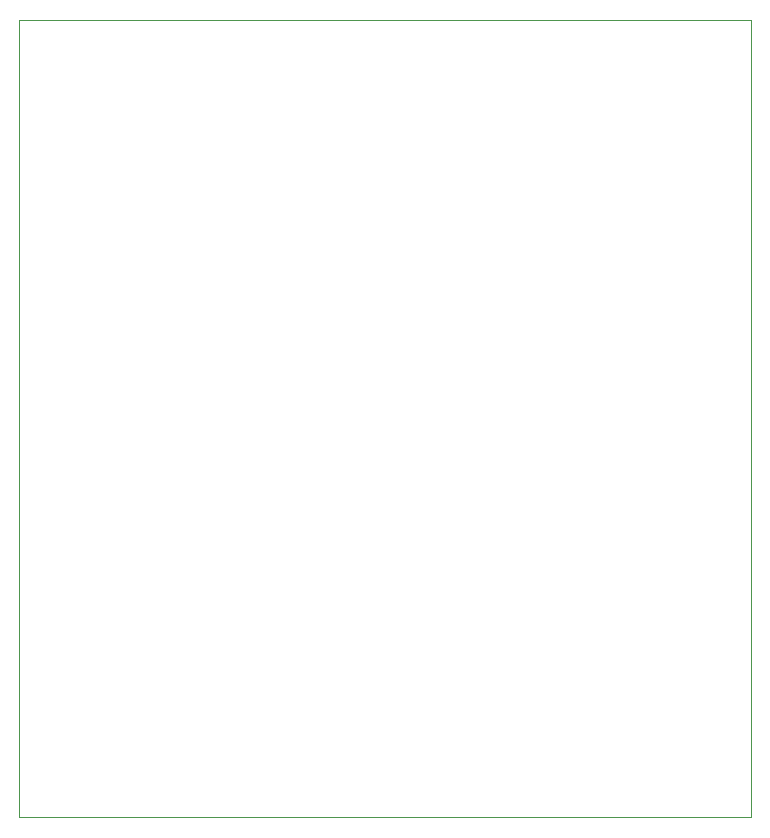
<source format=gbr>
%TF.GenerationSoftware,KiCad,Pcbnew,8.0.2*%
%TF.CreationDate,2024-09-21T14:57:53+02:00*%
%TF.ProjectId,FY_entry,46595f65-6e74-4727-992e-6b696361645f,rev?*%
%TF.SameCoordinates,Original*%
%TF.FileFunction,Profile,NP*%
%FSLAX46Y46*%
G04 Gerber Fmt 4.6, Leading zero omitted, Abs format (unit mm)*
G04 Created by KiCad (PCBNEW 8.0.2) date 2024-09-21 14:57:53*
%MOMM*%
%LPD*%
G01*
G04 APERTURE LIST*
%TA.AperFunction,Profile*%
%ADD10C,0.100000*%
%TD*%
G04 APERTURE END LIST*
D10*
X27000000Y-42000000D02*
X89000000Y-42000000D01*
X89000000Y-109500000D01*
X27000000Y-109500000D01*
X27000000Y-42000000D01*
M02*

</source>
